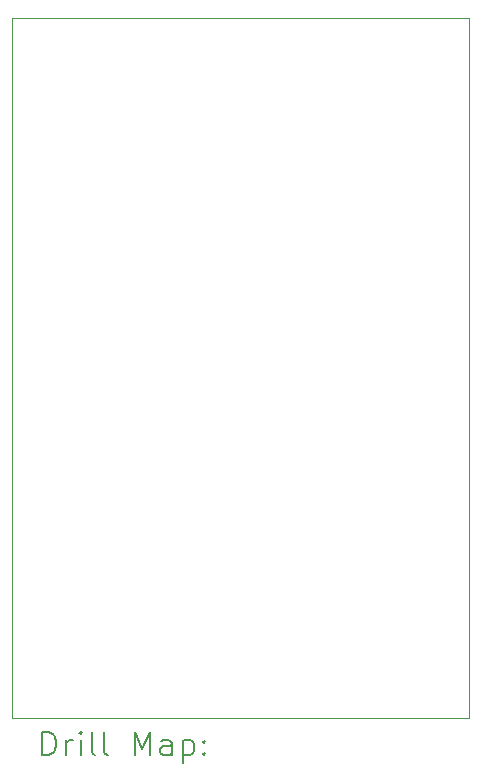
<source format=gbr>
%TF.GenerationSoftware,KiCad,Pcbnew,8.0.4-8.0.4-0~ubuntu24.04.1*%
%TF.CreationDate,2024-09-03T15:59:57+09:00*%
%TF.ProjectId,ESP32,45535033-322e-46b6-9963-61645f706362,rev?*%
%TF.SameCoordinates,Original*%
%TF.FileFunction,Drillmap*%
%TF.FilePolarity,Positive*%
%FSLAX45Y45*%
G04 Gerber Fmt 4.5, Leading zero omitted, Abs format (unit mm)*
G04 Created by KiCad (PCBNEW 8.0.4-8.0.4-0~ubuntu24.04.1) date 2024-09-03 15:59:57*
%MOMM*%
%LPD*%
G01*
G04 APERTURE LIST*
%ADD10C,0.050000*%
%ADD11C,0.200000*%
G04 APERTURE END LIST*
D10*
X13050000Y-7200000D02*
X16925000Y-7200000D01*
X16925000Y-13125000D01*
X13050000Y-13125000D01*
X13050000Y-7200000D01*
D11*
X13308277Y-13438984D02*
X13308277Y-13238984D01*
X13308277Y-13238984D02*
X13355896Y-13238984D01*
X13355896Y-13238984D02*
X13384467Y-13248508D01*
X13384467Y-13248508D02*
X13403515Y-13267555D01*
X13403515Y-13267555D02*
X13413039Y-13286603D01*
X13413039Y-13286603D02*
X13422562Y-13324698D01*
X13422562Y-13324698D02*
X13422562Y-13353269D01*
X13422562Y-13353269D02*
X13413039Y-13391365D01*
X13413039Y-13391365D02*
X13403515Y-13410412D01*
X13403515Y-13410412D02*
X13384467Y-13429460D01*
X13384467Y-13429460D02*
X13355896Y-13438984D01*
X13355896Y-13438984D02*
X13308277Y-13438984D01*
X13508277Y-13438984D02*
X13508277Y-13305650D01*
X13508277Y-13343746D02*
X13517801Y-13324698D01*
X13517801Y-13324698D02*
X13527324Y-13315174D01*
X13527324Y-13315174D02*
X13546372Y-13305650D01*
X13546372Y-13305650D02*
X13565420Y-13305650D01*
X13632086Y-13438984D02*
X13632086Y-13305650D01*
X13632086Y-13238984D02*
X13622562Y-13248508D01*
X13622562Y-13248508D02*
X13632086Y-13258031D01*
X13632086Y-13258031D02*
X13641610Y-13248508D01*
X13641610Y-13248508D02*
X13632086Y-13238984D01*
X13632086Y-13238984D02*
X13632086Y-13258031D01*
X13755896Y-13438984D02*
X13736848Y-13429460D01*
X13736848Y-13429460D02*
X13727324Y-13410412D01*
X13727324Y-13410412D02*
X13727324Y-13238984D01*
X13860658Y-13438984D02*
X13841610Y-13429460D01*
X13841610Y-13429460D02*
X13832086Y-13410412D01*
X13832086Y-13410412D02*
X13832086Y-13238984D01*
X14089229Y-13438984D02*
X14089229Y-13238984D01*
X14089229Y-13238984D02*
X14155896Y-13381841D01*
X14155896Y-13381841D02*
X14222562Y-13238984D01*
X14222562Y-13238984D02*
X14222562Y-13438984D01*
X14403515Y-13438984D02*
X14403515Y-13334222D01*
X14403515Y-13334222D02*
X14393991Y-13315174D01*
X14393991Y-13315174D02*
X14374943Y-13305650D01*
X14374943Y-13305650D02*
X14336848Y-13305650D01*
X14336848Y-13305650D02*
X14317801Y-13315174D01*
X14403515Y-13429460D02*
X14384467Y-13438984D01*
X14384467Y-13438984D02*
X14336848Y-13438984D01*
X14336848Y-13438984D02*
X14317801Y-13429460D01*
X14317801Y-13429460D02*
X14308277Y-13410412D01*
X14308277Y-13410412D02*
X14308277Y-13391365D01*
X14308277Y-13391365D02*
X14317801Y-13372317D01*
X14317801Y-13372317D02*
X14336848Y-13362793D01*
X14336848Y-13362793D02*
X14384467Y-13362793D01*
X14384467Y-13362793D02*
X14403515Y-13353269D01*
X14498753Y-13305650D02*
X14498753Y-13505650D01*
X14498753Y-13315174D02*
X14517801Y-13305650D01*
X14517801Y-13305650D02*
X14555896Y-13305650D01*
X14555896Y-13305650D02*
X14574943Y-13315174D01*
X14574943Y-13315174D02*
X14584467Y-13324698D01*
X14584467Y-13324698D02*
X14593991Y-13343746D01*
X14593991Y-13343746D02*
X14593991Y-13400888D01*
X14593991Y-13400888D02*
X14584467Y-13419936D01*
X14584467Y-13419936D02*
X14574943Y-13429460D01*
X14574943Y-13429460D02*
X14555896Y-13438984D01*
X14555896Y-13438984D02*
X14517801Y-13438984D01*
X14517801Y-13438984D02*
X14498753Y-13429460D01*
X14679705Y-13419936D02*
X14689229Y-13429460D01*
X14689229Y-13429460D02*
X14679705Y-13438984D01*
X14679705Y-13438984D02*
X14670182Y-13429460D01*
X14670182Y-13429460D02*
X14679705Y-13419936D01*
X14679705Y-13419936D02*
X14679705Y-13438984D01*
X14679705Y-13315174D02*
X14689229Y-13324698D01*
X14689229Y-13324698D02*
X14679705Y-13334222D01*
X14679705Y-13334222D02*
X14670182Y-13324698D01*
X14670182Y-13324698D02*
X14679705Y-13315174D01*
X14679705Y-13315174D02*
X14679705Y-13334222D01*
M02*

</source>
